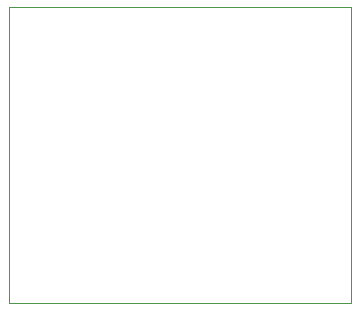
<source format=gko>
%FSLAX44Y44*%
%MOMM*%
G71*
G01*
G75*
G04 Layer_Color=16711935*
%ADD10R,0.7000X1.0000*%
%ADD11R,0.6000X1.8000*%
%ADD12R,1.5000X2.8000*%
%ADD13R,1.0000X0.7000*%
%ADD14R,0.5700X0.5700*%
%ADD15R,0.4700X0.6700*%
%ADD16R,0.6700X0.5500*%
%ADD17O,0.3000X0.9000*%
%ADD18O,0.9000X0.3000*%
%ADD19R,2.3000X2.3000*%
%ADD20R,0.2000X0.6000*%
%ADD21R,1.0000X0.3000*%
%ADD22R,0.9000X0.3200*%
%ADD23R,0.3000X0.9000*%
%ADD24C,0.2000*%
%ADD25R,1.5000X1.5000*%
%ADD26C,1.5000*%
%ADD27C,5.0000*%
%ADD28C,1.0000*%
%ADD29C,0.2500*%
%ADD30C,0.1000*%
%ADD31C,0.2540*%
%ADD32C,0.0010*%
%ADD33C,0.2032*%
%ADD34R,0.9032X1.2032*%
%ADD35R,0.8032X2.0032*%
%ADD36R,1.7032X3.0032*%
%ADD37R,1.2032X0.9032*%
%ADD38R,0.7732X0.7732*%
%ADD39R,0.6732X0.8732*%
%ADD40R,0.8732X0.7532*%
%ADD41O,0.5032X1.1032*%
%ADD42O,1.1032X0.5032*%
%ADD43R,2.5032X2.5032*%
%ADD44R,0.4032X0.8032*%
%ADD45R,1.2032X0.5032*%
%ADD46R,1.1032X0.5232*%
%ADD47R,0.5032X1.1032*%
%ADD48R,1.7032X1.7032*%
%ADD49C,1.7032*%
%ADD50C,5.2032*%
%ADD51C,1.2032*%
%ADD52C,0.0100*%
D52*
X2070000Y240000D02*
Y490000D01*
X1780000D02*
X2070000D01*
X1780000Y240000D02*
Y490000D01*
Y240000D02*
X2070000D01*
M02*

</source>
